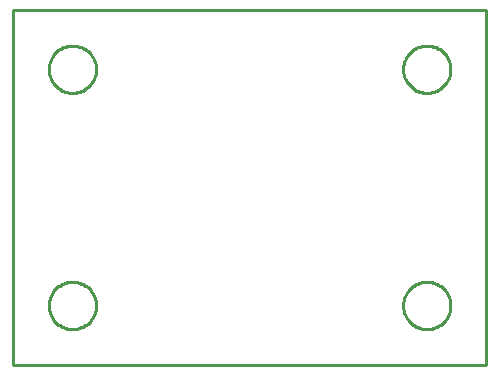
<source format=gbr>
G04 EAGLE Gerber RS-274X export*
G75*
%MOMM*%
%FSLAX34Y34*%
%LPD*%
%IN*%
%IPPOS*%
%AMOC8*
5,1,8,0,0,1.08239X$1,22.5*%
G01*
%ADD10C,0.254000*%


D10*
X0Y0D02*
X400000Y0D01*
X400000Y300000D01*
X0Y300000D01*
X0Y0D01*
X370000Y49396D02*
X369927Y48189D01*
X369781Y46989D01*
X369563Y45800D01*
X369274Y44627D01*
X368915Y43473D01*
X368486Y42343D01*
X367990Y41241D01*
X367428Y40170D01*
X366803Y39136D01*
X366116Y38141D01*
X365371Y37190D01*
X364569Y36285D01*
X363715Y35431D01*
X362810Y34629D01*
X361859Y33884D01*
X360864Y33197D01*
X359830Y32572D01*
X358759Y32010D01*
X357657Y31514D01*
X356527Y31085D01*
X355373Y30726D01*
X354200Y30437D01*
X353011Y30219D01*
X351811Y30073D01*
X350604Y30000D01*
X349396Y30000D01*
X348189Y30073D01*
X346989Y30219D01*
X345800Y30437D01*
X344627Y30726D01*
X343473Y31085D01*
X342343Y31514D01*
X341241Y32010D01*
X340170Y32572D01*
X339136Y33197D01*
X338141Y33884D01*
X337190Y34629D01*
X336285Y35431D01*
X335431Y36285D01*
X334629Y37190D01*
X333884Y38141D01*
X333197Y39136D01*
X332572Y40170D01*
X332010Y41241D01*
X331514Y42343D01*
X331085Y43473D01*
X330726Y44627D01*
X330437Y45800D01*
X330219Y46989D01*
X330073Y48189D01*
X330000Y49396D01*
X330000Y50604D01*
X330073Y51811D01*
X330219Y53011D01*
X330437Y54200D01*
X330726Y55373D01*
X331085Y56527D01*
X331514Y57657D01*
X332010Y58759D01*
X332572Y59830D01*
X333197Y60864D01*
X333884Y61859D01*
X334629Y62810D01*
X335431Y63715D01*
X336285Y64569D01*
X337190Y65371D01*
X338141Y66116D01*
X339136Y66803D01*
X340170Y67428D01*
X341241Y67990D01*
X342343Y68486D01*
X343473Y68915D01*
X344627Y69274D01*
X345800Y69563D01*
X346989Y69781D01*
X348189Y69927D01*
X349396Y70000D01*
X350604Y70000D01*
X351811Y69927D01*
X353011Y69781D01*
X354200Y69563D01*
X355373Y69274D01*
X356527Y68915D01*
X357657Y68486D01*
X358759Y67990D01*
X359830Y67428D01*
X360864Y66803D01*
X361859Y66116D01*
X362810Y65371D01*
X363715Y64569D01*
X364569Y63715D01*
X365371Y62810D01*
X366116Y61859D01*
X366803Y60864D01*
X367428Y59830D01*
X367990Y58759D01*
X368486Y57657D01*
X368915Y56527D01*
X369274Y55373D01*
X369563Y54200D01*
X369781Y53011D01*
X369927Y51811D01*
X370000Y50604D01*
X370000Y49396D01*
X370000Y249396D02*
X369927Y248189D01*
X369781Y246989D01*
X369563Y245800D01*
X369274Y244627D01*
X368915Y243473D01*
X368486Y242343D01*
X367990Y241241D01*
X367428Y240170D01*
X366803Y239136D01*
X366116Y238141D01*
X365371Y237190D01*
X364569Y236285D01*
X363715Y235431D01*
X362810Y234629D01*
X361859Y233884D01*
X360864Y233197D01*
X359830Y232572D01*
X358759Y232010D01*
X357657Y231514D01*
X356527Y231085D01*
X355373Y230726D01*
X354200Y230437D01*
X353011Y230219D01*
X351811Y230073D01*
X350604Y230000D01*
X349396Y230000D01*
X348189Y230073D01*
X346989Y230219D01*
X345800Y230437D01*
X344627Y230726D01*
X343473Y231085D01*
X342343Y231514D01*
X341241Y232010D01*
X340170Y232572D01*
X339136Y233197D01*
X338141Y233884D01*
X337190Y234629D01*
X336285Y235431D01*
X335431Y236285D01*
X334629Y237190D01*
X333884Y238141D01*
X333197Y239136D01*
X332572Y240170D01*
X332010Y241241D01*
X331514Y242343D01*
X331085Y243473D01*
X330726Y244627D01*
X330437Y245800D01*
X330219Y246989D01*
X330073Y248189D01*
X330000Y249396D01*
X330000Y250604D01*
X330073Y251811D01*
X330219Y253011D01*
X330437Y254200D01*
X330726Y255373D01*
X331085Y256527D01*
X331514Y257657D01*
X332010Y258759D01*
X332572Y259830D01*
X333197Y260864D01*
X333884Y261859D01*
X334629Y262810D01*
X335431Y263715D01*
X336285Y264569D01*
X337190Y265371D01*
X338141Y266116D01*
X339136Y266803D01*
X340170Y267428D01*
X341241Y267990D01*
X342343Y268486D01*
X343473Y268915D01*
X344627Y269274D01*
X345800Y269563D01*
X346989Y269781D01*
X348189Y269927D01*
X349396Y270000D01*
X350604Y270000D01*
X351811Y269927D01*
X353011Y269781D01*
X354200Y269563D01*
X355373Y269274D01*
X356527Y268915D01*
X357657Y268486D01*
X358759Y267990D01*
X359830Y267428D01*
X360864Y266803D01*
X361859Y266116D01*
X362810Y265371D01*
X363715Y264569D01*
X364569Y263715D01*
X365371Y262810D01*
X366116Y261859D01*
X366803Y260864D01*
X367428Y259830D01*
X367990Y258759D01*
X368486Y257657D01*
X368915Y256527D01*
X369274Y255373D01*
X369563Y254200D01*
X369781Y253011D01*
X369927Y251811D01*
X370000Y250604D01*
X370000Y249396D01*
X70000Y249396D02*
X69927Y248189D01*
X69781Y246989D01*
X69563Y245800D01*
X69274Y244627D01*
X68915Y243473D01*
X68486Y242343D01*
X67990Y241241D01*
X67428Y240170D01*
X66803Y239136D01*
X66116Y238141D01*
X65371Y237190D01*
X64569Y236285D01*
X63715Y235431D01*
X62810Y234629D01*
X61859Y233884D01*
X60864Y233197D01*
X59830Y232572D01*
X58759Y232010D01*
X57657Y231514D01*
X56527Y231085D01*
X55373Y230726D01*
X54200Y230437D01*
X53011Y230219D01*
X51811Y230073D01*
X50604Y230000D01*
X49396Y230000D01*
X48189Y230073D01*
X46989Y230219D01*
X45800Y230437D01*
X44627Y230726D01*
X43473Y231085D01*
X42343Y231514D01*
X41241Y232010D01*
X40170Y232572D01*
X39136Y233197D01*
X38141Y233884D01*
X37190Y234629D01*
X36285Y235431D01*
X35431Y236285D01*
X34629Y237190D01*
X33884Y238141D01*
X33197Y239136D01*
X32572Y240170D01*
X32010Y241241D01*
X31514Y242343D01*
X31085Y243473D01*
X30726Y244627D01*
X30437Y245800D01*
X30219Y246989D01*
X30073Y248189D01*
X30000Y249396D01*
X30000Y250604D01*
X30073Y251811D01*
X30219Y253011D01*
X30437Y254200D01*
X30726Y255373D01*
X31085Y256527D01*
X31514Y257657D01*
X32010Y258759D01*
X32572Y259830D01*
X33197Y260864D01*
X33884Y261859D01*
X34629Y262810D01*
X35431Y263715D01*
X36285Y264569D01*
X37190Y265371D01*
X38141Y266116D01*
X39136Y266803D01*
X40170Y267428D01*
X41241Y267990D01*
X42343Y268486D01*
X43473Y268915D01*
X44627Y269274D01*
X45800Y269563D01*
X46989Y269781D01*
X48189Y269927D01*
X49396Y270000D01*
X50604Y270000D01*
X51811Y269927D01*
X53011Y269781D01*
X54200Y269563D01*
X55373Y269274D01*
X56527Y268915D01*
X57657Y268486D01*
X58759Y267990D01*
X59830Y267428D01*
X60864Y266803D01*
X61859Y266116D01*
X62810Y265371D01*
X63715Y264569D01*
X64569Y263715D01*
X65371Y262810D01*
X66116Y261859D01*
X66803Y260864D01*
X67428Y259830D01*
X67990Y258759D01*
X68486Y257657D01*
X68915Y256527D01*
X69274Y255373D01*
X69563Y254200D01*
X69781Y253011D01*
X69927Y251811D01*
X70000Y250604D01*
X70000Y249396D01*
X70000Y49396D02*
X69927Y48189D01*
X69781Y46989D01*
X69563Y45800D01*
X69274Y44627D01*
X68915Y43473D01*
X68486Y42343D01*
X67990Y41241D01*
X67428Y40170D01*
X66803Y39136D01*
X66116Y38141D01*
X65371Y37190D01*
X64569Y36285D01*
X63715Y35431D01*
X62810Y34629D01*
X61859Y33884D01*
X60864Y33197D01*
X59830Y32572D01*
X58759Y32010D01*
X57657Y31514D01*
X56527Y31085D01*
X55373Y30726D01*
X54200Y30437D01*
X53011Y30219D01*
X51811Y30073D01*
X50604Y30000D01*
X49396Y30000D01*
X48189Y30073D01*
X46989Y30219D01*
X45800Y30437D01*
X44627Y30726D01*
X43473Y31085D01*
X42343Y31514D01*
X41241Y32010D01*
X40170Y32572D01*
X39136Y33197D01*
X38141Y33884D01*
X37190Y34629D01*
X36285Y35431D01*
X35431Y36285D01*
X34629Y37190D01*
X33884Y38141D01*
X33197Y39136D01*
X32572Y40170D01*
X32010Y41241D01*
X31514Y42343D01*
X31085Y43473D01*
X30726Y44627D01*
X30437Y45800D01*
X30219Y46989D01*
X30073Y48189D01*
X30000Y49396D01*
X30000Y50604D01*
X30073Y51811D01*
X30219Y53011D01*
X30437Y54200D01*
X30726Y55373D01*
X31085Y56527D01*
X31514Y57657D01*
X32010Y58759D01*
X32572Y59830D01*
X33197Y60864D01*
X33884Y61859D01*
X34629Y62810D01*
X35431Y63715D01*
X36285Y64569D01*
X37190Y65371D01*
X38141Y66116D01*
X39136Y66803D01*
X40170Y67428D01*
X41241Y67990D01*
X42343Y68486D01*
X43473Y68915D01*
X44627Y69274D01*
X45800Y69563D01*
X46989Y69781D01*
X48189Y69927D01*
X49396Y70000D01*
X50604Y70000D01*
X51811Y69927D01*
X53011Y69781D01*
X54200Y69563D01*
X55373Y69274D01*
X56527Y68915D01*
X57657Y68486D01*
X58759Y67990D01*
X59830Y67428D01*
X60864Y66803D01*
X61859Y66116D01*
X62810Y65371D01*
X63715Y64569D01*
X64569Y63715D01*
X65371Y62810D01*
X66116Y61859D01*
X66803Y60864D01*
X67428Y59830D01*
X67990Y58759D01*
X68486Y57657D01*
X68915Y56527D01*
X69274Y55373D01*
X69563Y54200D01*
X69781Y53011D01*
X69927Y51811D01*
X70000Y50604D01*
X70000Y49396D01*
M02*

</source>
